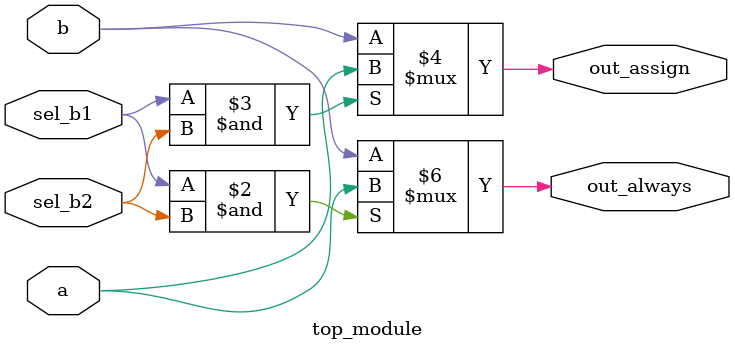
<source format=v>
module top_module(
    input a,
    input b,
    input sel_b1,
    input sel_b2,
    output wire out_assign,
    output reg out_always   ); 

    always @(*) 
    begin
        if (sel_b1 & sel_b2) 
            begin
                out_always = a;
            end
        else 
            begin
                out_always = b;
            end
    end
    
    assign out_assign = (sel_b1 & sel_b2) ? a : b;
endmodule
</source>
